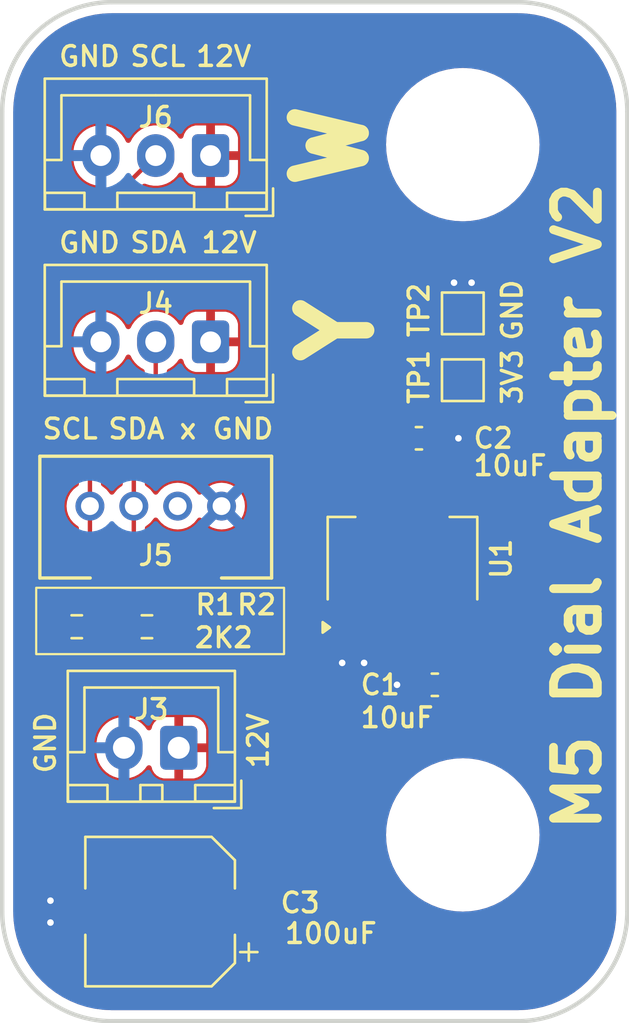
<source format=kicad_pcb>
(kicad_pcb (version 20240108) (generator "pcbnew") (generator_version "8.0")
  (layers (0 "F.Cu" signal) (31 "B.Cu" signal) (34 "B.Paste" user) (35 "F.Paste" user) (36 "B.SilkS" user "B.Silkscreen") (37 "F.SilkS" user "F.Silkscreen") (38 "B.Mask" user) (39 "F.Mask" user) (44 "Edge.Cuts" user))
  (net 0 "")
  (net 1 "GND")
  (net 2 "+12V")
  (net 3 "+3V3")
  (net 4 "SDA")
  (net 5 "SCL")
  (footprint "TestPoint:TestPoint_Pad_1.5x1.5mm" (layer "F.Cu") (at 160 70.75)
    (property "Reference" "TP1" (at -2 -0.15 90) (layer "F.SilkS") (effects (font (size 0.9 0.9) (thickness 0.16) (bold yes))))
    (property "Value" "3V3" (at 2.25 -0.15 90) (layer "F.SilkS") (effects (font (size 0.9 0.9) (thickness 0.16) (bold yes))))
    (fp_line (start -0.95 -0.95) (end 0.95 -0.95) (stroke (width 0.12)) (layer "F.SilkS"))
    (fp_line (start -0.95 0.95) (end -0.95 -0.95) (stroke (width 0.12)) (layer "F.SilkS"))
    (fp_line (start 0.95 -0.95) (end 0.95 0.95) (stroke (width 0.12)) (layer "F.SilkS"))
    (fp_line (start 0.95 0.95) (end -0.95 0.95) (stroke (width 0.12)) (layer "F.SilkS"))
    (pad "1" smd rect (at 0 0) (size 1.5 1.5) (layers "F.Cu" "F.Mask") (net 3 "+3V3"))
  )
  (footprint "MountingHole:MountingHole_3.2mm_M3" (layer "F.Cu") (at 160 91.5)
    (property "Reference" "H2" (hide yes))
    (property "Value" "~" (hide yes))
    (pad "" np_thru_hole circle (at 0 0) (size 3.2 3.2) (drill 3.2) (layers "*.Cu" "*.Mask"))
  )
  (footprint "Connector_JST:JST_XH_B2B-XH-A_1x02_P2.50mm_Vertical" (layer "F.Cu") (at 147.05 87.525 180)
    (property "Reference" "J3" (at 1.25 1.75 0) (layer "F.SilkS") (effects (font (size 0.9 0.9) (thickness 0.16) (bold yes))))
    (property "Value" "M5Dial Power" (hide yes))
    (fp_line (start 5.06 3.51) (end 5.06 -2.46) (stroke (width 0.12)) (layer "F.SilkS"))
    (fp_line (start 5.06 -2.46) (end -2.56 -2.46) (stroke (width 0.12)) (layer "F.SilkS"))
    (fp_line (start 5.05 -0.2) (end 4.3 -0.2) (stroke (width 0.12)) (layer "F.SilkS"))
    (fp_line (start 5.05 -1.7) (end 5.05 -2.45) (stroke (width 0.12)) (layer "F.SilkS"))
    (fp_line (start 5.05 -2.45) (end 3.25 -2.45) (stroke (width 0.12)) (layer "F.SilkS"))
    (fp_line (start 4.3 2.75) (end 1.25 2.75) (stroke (width 0.12)) (layer "F.SilkS"))
    (fp_line (start 4.3 -0.2) (end 4.3 2.75) (stroke (width 0.12)) (layer "F.SilkS"))
    (fp_line (start 3.25 -1.7) (end 5.05 -1.7) (stroke (width 0.12)) (layer "F.SilkS"))
    (fp_line (start 3.25 -2.45) (end 3.25 -1.7) (stroke (width 0.12)) (layer "F.SilkS"))
    (fp_line (start 1.75 -1.7) (end 1.75 -2.45) (stroke (width 0.12)) (layer "F.SilkS"))
    (fp_line (start 1.75 -2.45) (end 0.75 -2.45) (stroke (width 0.12)) (layer "F.SilkS"))
    (fp_line (start 0.75 -1.7) (end 1.75 -1.7) (stroke (width 0.12)) (layer "F.SilkS"))
    (fp_line (start 0.75 -2.45) (end 0.75 -1.7) (stroke (width 0.12)) (layer "F.SilkS"))
    (fp_line (start -0.75 -1.7) (end -0.75 -2.45) (stroke (width 0.12)) (layer "F.SilkS"))
    (fp_line (start -0.75 -2.45) (end -2.55 -2.45) (stroke (width 0.12)) (layer "F.SilkS"))
    (fp_line (start -1.6 -2.75) (end -2.85 -2.75) (stroke (width 0.12)) (layer "F.SilkS"))
    (fp_line (start -1.8 2.75) (end 1.25 2.75) (stroke (width 0.12)) (layer "F.SilkS"))
    (fp_line (start -1.8 -0.2) (end -1.8 2.75) (stroke (width 0.12)) (layer "F.SilkS"))
    (fp_line (start -2.55 -0.2) (end -1.8 -0.2) (stroke (width 0.12)) (layer "F.SilkS"))
    (fp_line (start -2.55 -1.7) (end -0.75 -1.7) (stroke (width 0.12)) (layer "F.SilkS"))
    (fp_line (start -2.55 -2.45) (end -2.55 -1.7) (stroke (width 0.12)) (layer "F.SilkS"))
    (fp_line (start -2.56 3.51) (end 5.06 3.51) (stroke (width 0.12)) (layer "F.SilkS"))
    (fp_line (start -2.56 -2.46) (end -2.56 3.51) (stroke (width 0.12)) (layer "F.SilkS"))
    (fp_line (start -2.85 -2.75) (end -2.85 -1.5) (stroke (width 0.12)) (layer "F.SilkS"))
    (pad "1" thru_hole roundrect (at 0 0 180) (size 1.7 2) (drill 1) (layers "*.Cu" "*.Mask") (roundrect_rratio 0.147059) (net 2 "+12V"))
    (pad "2" thru_hole oval (at 2.5 0 180) (size 1.7 2) (drill 1) (layers "*.Cu" "*.Mask") (net 1 "GND"))
  )
  (footprint "MountingHole:MountingHole_3.2mm_M3" (layer "F.Cu") (at 160 60)
    (property "Reference" "H1" (hide yes))
    (property "Value" "~" (hide yes))
    (pad "" np_thru_hole circle (at 0 0) (size 3.2 3.2) (drill 3.2) (layers "*.Cu" "*.Mask"))
  )
  (footprint "Capacitor_SMD:C_0603_1608Metric" (layer "F.Cu") (at 158.725 84.65 180)
    (property "Reference" "C1" (at 3.475 0 0) (layer "F.SilkS") (effects (font (size 0.9 0.9) (thickness 0.16) (bold yes)) (justify left)))
    (property "Value" "10uF" (at 3.475 -1.5 0) (layer "F.SilkS") (effects (font (size 0.9 0.9) (thickness 0.16) (bold yes)) (justify left)))
    (fp_line (start -0.14058 0.51) (end 0.14058 0.51) (stroke (width 0.12)) (layer "F.SilkS"))
    (fp_line (start -0.14058 -0.51) (end 0.14058 -0.51) (stroke (width 0.12)) (layer "F.SilkS"))
    (pad "1" smd roundrect (at -0.775 0 180) (size 0.9 0.95) (layers "F.Cu" "F.Paste" "F.Mask") (net 2 "+12V"))
    (pad "2" smd roundrect (at 0.775 0 180) (size 0.9 0.95) (layers "F.Cu" "F.Paste" "F.Mask") (net 1 "GND"))
  )
  (footprint "Connector_JST:JST_XH_B3B-XH-A_1x03_P2.50mm_Vertical" (layer "F.Cu") (at 148.5 60.5 180)
    (property "Reference" "J6" (at 2.5 1.75 0) (layer "F.SilkS") (effects (font (size 0.9 0.9) (thickness 0.16) (bold yes))))
    (property "Value" "JST XH SCL" (hide yes))
    (fp_line (start 7.56 3.51) (end 7.56 -2.46) (stroke (width 0.12)) (layer "F.SilkS"))
    (fp_line (start 7.56 -2.46) (end -2.56 -2.46) (stroke (width 0.12)) (layer "F.SilkS"))
    (fp_line (start 7.55 -0.2) (end 6.8 -0.2) (stroke (width 0.12)) (layer "F.SilkS"))
    (fp_line (start 7.55 -1.7) (end 7.55 -2.45) (stroke (width 0.12)) (layer "F.SilkS"))
    (fp_line (start 7.55 -2.45) (end 5.75 -2.45) (stroke (width 0.12)) (layer "F.SilkS"))
    (fp_line (start 6.8 2.75) (end 2.5 2.75) (stroke (width 0.12)) (layer "F.SilkS"))
    (fp_line (start 6.8 -0.2) (end 6.8 2.75) (stroke (width 0.12)) (layer "F.SilkS"))
    (fp_line (start 5.75 -1.7) (end 7.55 -1.7) (stroke (width 0.12)) (layer "F.SilkS"))
    (fp_line (start 5.75 -2.45) (end 5.75 -1.7) (stroke (width 0.12)) (layer "F.SilkS"))
    (fp_line (start 4.25 -1.7) (end 4.25 -2.45) (stroke (width 0.12)) (layer "F.SilkS"))
    (fp_line (start 4.25 -2.45) (end 0.75 -2.45) (stroke (width 0.12)) (layer "F.SilkS"))
    (fp_line (start 0.75 -1.7) (end 4.25 -1.7) (stroke (width 0.12)) (layer "F.SilkS"))
    (fp_line (start 0.75 -2.45) (end 0.75 -1.7) (stroke (width 0.12)) (layer "F.SilkS"))
    (fp_line (start -0.75 -1.7) (end -0.75 -2.45) (stroke (width 0.12)) (layer "F.SilkS"))
    (fp_line (start -0.75 -2.45) (end -2.55 -2.45) (stroke (width 0.12)) (layer "F.SilkS"))
    (fp_line (start -1.6 -2.75) (end -2.85 -2.75) (stroke (width 0.12)) (layer "F.SilkS"))
    (fp_line (start -1.8 2.75) (end 2.5 2.75) (stroke (width 0.12)) (layer "F.SilkS"))
    (fp_line (start -1.8 -0.2) (end -1.8 2.75) (stroke (width 0.12)) (layer "F.SilkS"))
    (fp_line (start -2.55 -0.2) (end -1.8 -0.2) (stroke (width 0.12)) (layer "F.SilkS"))
    (fp_line (start -2.55 -1.7) (end -0.75 -1.7) (stroke (width 0.12)) (layer "F.SilkS"))
    (fp_line (start -2.55 -2.45) (end -2.55 -1.7) (stroke (width 0.12)) (layer "F.SilkS"))
    (fp_line (start -2.56 3.51) (end 7.56 3.51) (stroke (width 0.12)) (layer "F.SilkS"))
    (fp_line (start -2.56 -2.46) (end -2.56 3.51) (stroke (width 0.12)) (layer "F.SilkS"))
    (fp_line (start -2.85 -2.75) (end -2.85 -1.5) (stroke (width 0.12)) (layer "F.SilkS"))
    (pad "1" thru_hole roundrect (at 0 0 180) (size 1.7 1.95) (drill 0.95) (layers "*.Cu" "*.Mask") (roundrect_rratio 0.147059) (net 2 "+12V"))
    (pad "2" thru_hole oval (at 2.5 0 180) (size 1.7 1.95) (drill 0.95) (layers "*.Cu" "*.Mask") (net 5 "SCL"))
    (pad "3" thru_hole oval (at 5 0 180) (size 1.7 1.95) (drill 0.95) (layers "*.Cu" "*.Mask") (net 1 "GND"))
  )
  (footprint "Capacitor_SMD:C_0603_1608Metric" (layer "F.Cu") (at 158 73.4)
    (property "Reference" "C2" (at 2.4 0 0) (layer "F.SilkS") (effects (font (size 0.9 0.9) (thickness 0.16) (bold yes)) (justify left)))
    (property "Value" "10uF" (at 2.4 1.25 0) (layer "F.SilkS") (effects (font (size 0.9 0.9) (thickness 0.16) (bold yes)) (justify left)))
    (fp_line (start -0.14058 -0.51) (end 0.14058 -0.51) (stroke (width 0.12)) (layer "F.SilkS"))
    (fp_line (start -0.14058 0.51) (end 0.14058 0.51) (stroke (width 0.12)) (layer "F.SilkS"))
    (pad "1" smd roundrect (at -0.775 0) (size 0.9 0.95) (layers "F.Cu" "F.Paste" "F.Mask") (net 3 "+3V3"))
    (pad "2" smd roundrect (at 0.775 0) (size 0.9 0.95) (layers "F.Cu" "F.Paste" "F.Mask") (net 1 "GND"))
  )
  (footprint "Package_TO_SOT_SMD:SOT-223-3_TabPin2" (layer "F.Cu") (at 157.25 78.9 90)
    (property "Reference" "U1" (at 0 4.5 -90) (layer "F.SilkS") (effects (font (size 0.9 0.9) (thickness 0.16) (bold yes))))
    (property "Value" "AMS1117-3.3" (hide yes))
    (fp_line (start 1.91 -3.41) (end 1.91 -2.15) (stroke (width 0.12)) (layer "F.SilkS"))
    (fp_line (start -1.85 -3.41) (end 1.91 -3.41) (stroke (width 0.12)) (layer "F.SilkS"))
    (fp_line (start 1.91 3.41) (end 1.91 2.15) (stroke (width 0.12)) (layer "F.SilkS"))
    (fp_line (start -1.85 3.41) (end 1.91 3.41) (stroke (width 0.12)) (layer "F.SilkS"))
    (fp_poly (pts (xy -3.13 -3.31) (xy -3.37 -3.64) (xy -2.89 -3.64) (xy -3.13 -3.31)) (stroke (width 0.12)) (fill solid) (layer "F.SilkS"))
    (pad "1" smd roundrect (at -3.15 -2.3 90) (size 2 1.5) (layers "F.Cu" "F.Paste" "F.Mask") (net 1 "GND"))
    (pad "2" smd roundrect (at -3.15 0 90) (size 2 1.5) (layers "F.Cu" "F.Paste" "F.Mask") (net 3 "+3V3"))
    (pad "2" smd roundrect (at 3.15 0 90) (size 2 3.8) (layers "F.Cu" "F.Paste" "F.Mask") (net 3 "+3V3"))
    (pad "3" smd roundrect (at -3.15 2.3 90) (size 2 1.5) (layers "F.Cu" "F.Paste" "F.Mask") (net 2 "+12V"))
  )
  (footprint "Resistor_SMD:R_0603_1608Metric" (layer "F.Cu") (at 142.4 82)
    (property "Reference" "R1" (at 6.3 -1 0) (layer "F.SilkS") (effects (font (size 0.9 0.9) (thickness 0.16) (bold yes))))
    (property "Value" "2K2" (at 6.7 0.5 0) (layer "F.SilkS") (effects (font (size 0.9 0.9) (thickness 0.16) (bold yes))))
    (fp_line (start -0.237258 -0.5225) (end 0.237258 -0.5225) (stroke (width 0.12)) (layer "F.SilkS"))
    (fp_line (start -0.237258 0.5225) (end 0.237258 0.5225) (stroke (width 0.12)) (layer "F.SilkS"))
    (pad "1" smd roundrect (at -0.825 0) (size 0.8 0.95) (layers "F.Cu" "F.Paste" "F.Mask") (net 5 "SCL"))
    (pad "2" smd roundrect (at 0.825 0) (size 0.8 0.95) (layers "F.Cu" "F.Paste" "F.Mask") (net 3 "+3V3"))
  )
  (footprint "Capacitor_SMD:CP_Elec_6.3x7.7" (layer "F.Cu") (at 146.2 95 180)
    (property "Reference" "C3" (at -5.4 0.4 0) (layer "F.SilkS") (effects (font (size 0.9 0.9) (thickness 0.16) (bold yes)) (justify left)))
    (property "Value" "100uF" (at -5.6 -1 0) (layer "F.SilkS") (effects (font (size 0.9 0.9) (thickness 0.16) (bold yes)) (justify left)))
    (fp_line (start 3.41 3.41) (end 3.41 1.06) (stroke (width 0.12)) (layer "F.SilkS"))
    (fp_line (start 3.41 -3.41) (end 3.41 -1.06) (stroke (width 0.12)) (layer "F.SilkS"))
    (fp_line (start -2.345563 3.41) (end 3.41 3.41) (stroke (width 0.12)) (layer "F.SilkS"))
    (fp_line (start -2.345563 -3.41) (end 3.41 -3.41) (stroke (width 0.12)) (layer "F.SilkS"))
    (fp_line (start -3.41 2.345563) (end -2.345563 3.41) (stroke (width 0.12)) (layer "F.SilkS"))
    (fp_line (start -3.41 2.345563) (end -3.41 1.06) (stroke (width 0.12)) (layer "F.SilkS"))
    (fp_line (start -3.41 -2.345563) (end -2.345563 -3.41) (stroke (width 0.12)) (layer "F.SilkS"))
    (fp_line (start -3.41 -2.345563) (end -3.41 -1.06) (stroke (width 0.12)) (layer "F.SilkS"))
    (fp_line (start -4.04375 -2.24125) (end -4.04375 -1.45375) (stroke (width 0.12)) (layer "F.SilkS"))
    (fp_line (start -4.4375 -1.8475) (end -3.65 -1.8475) (stroke (width 0.12)) (layer "F.SilkS"))
    (pad "1" smd roundrect (at -2.7 0 180) (size 3.5 1.6) (layers "F.Cu" "F.Paste" "F.Mask") (roundrect_rratio 0.15625) (net 2 "+12V"))
    (pad "2" smd roundrect (at 2.7 0 180) (size 3.5 1.6) (layers "F.Cu" "F.Paste" "F.Mask") (roundrect_rratio 0.15625) (net 1 "GND"))
  )
  (footprint "Resistor_SMD:R_0603_1608Metric" (layer "F.Cu") (at 145.6 82 180)
    (property "Reference" "R2" (at -5 1 0) (layer "F.SilkS") (effects (font (size 0.9 0.9) (thickness 0.16) (bold yes))))
    (property "Value" "2K2" (at -3.5 -0.5 0) (layer "F.SilkS") (effects (font (size 0.9 0.9) (thickness 0.16) (bold yes))))
    (fp_line (start -0.237258 0.5225) (end 0.237258 0.5225) (stroke (width 0.12)) (layer "F.SilkS"))
    (fp_line (start -0.237258 -0.5225) (end 0.237258 -0.5225) (stroke (width 0.12)) (layer "F.SilkS"))
    (pad "1" smd roundrect (at -0.825 0 180) (size 0.8 0.95) (layers "F.Cu" "F.Paste" "F.Mask") (net 4 "SDA"))
    (pad "2" smd roundrect (at 0.825 0 180) (size 0.8 0.95) (layers "F.Cu" "F.Paste" "F.Mask") (net 3 "+3V3"))
  )
  (footprint "TestPoint:TestPoint_Pad_1.5x1.5mm" (layer "F.Cu") (at 160 67.7)
    (property "Reference" "TP2" (at -2 -0.15 90) (layer "F.SilkS") (effects (font (size 0.9 0.9) (thickness 0.16) (bold yes))))
    (property "Value" "GND" (at 2.25 -0.15 90) (layer "F.SilkS") (effects (font (size 0.9 0.9) (thickness 0.16) (bold yes))))
    (fp_line (start -0.95 -0.95) (end 0.95 -0.95) (stroke (width 0.12)) (layer "F.SilkS"))
    (fp_line (start -0.95 0.95) (end -0.95 -0.95) (stroke (width 0.12)) (layer "F.SilkS"))
    (fp_line (start 0.95 -0.95) (end 0.95 0.95) (stroke (width 0.12)) (layer "F.SilkS"))
    (fp_line (start 0.95 0.95) (end -0.95 0.95) (stroke (width 0.12)) (layer "F.SilkS"))
    (pad "1" smd rect (at 0 0) (size 1.5 1.5) (layers "F.Cu" "F.Mask") (net 1 "GND"))
  )
  (footprint "Useful Modifications:CONN_110990030_SEE" (layer "F.Cu") (at 143.000001 76.495701)
    (property "Reference" "J5" (at 2.999999 2.254299 0) (layer "F.SilkS") (effects (font (size 0.9 0.9) (thickness 0.16) (bold yes))))
    (property "Value" "Grove I2C" (hide yes))
    (fp_line (start -2.283201 -2.277) (end -2.283201 3.285599) (stroke (width 0.1524)) (layer "F.SilkS"))
    (fp_line (start 0.011599 3.28) (end -2.2716 3.28) (stroke (width 0.1524)) (layer "F.SilkS"))
    (fp_line (start 8.283199 -2.277) (end -2.283201 -2.277) (stroke (width 0.1524)) (layer "F.SilkS"))
    (fp_line (start 8.283199 3.28) (end 6 3.28) (stroke (width 0.1524)) (layer "F.SilkS"))
    (fp_line (start 8.283199 3.285599) (end 8.283199 -2.277) (stroke (width 0.1524)) (layer "F.SilkS"))
    (pad "1" thru_hole circle (at 0 0) (size 1.3208 1.3208) (drill 0.8128) (layers "*.Cu" "*.Mask") (net 5 "SCL"))
    (pad "2" thru_hole circle (at 1.999999 0) (size 1.3208 1.3208) (drill 0.8128) (layers "*.Cu" "*.Mask") (net 4 "SDA"))
    (pad "3" thru_hole circle (at 4 0) (size 1.3208 1.3208) (drill 0.8128) (layers "*.Cu" "*.Mask"))
    (pad "4" thru_hole circle (at 5.999998 0) (size 1.3208 1.3208) (drill 0.8128) (layers "*.Cu" "*.Mask") (net 1 "GND"))
  )
  (footprint "Connector_JST:JST_XH_B3B-XH-A_1x03_P2.50mm_Vertical" (layer "F.Cu") (at 148.5 69 180)
    (property "Reference" "J4" (at 2.5 1.75 0) (layer "F.SilkS") (effects (font (size 0.9 0.9) (thickness 0.16) (bold yes))))
    (property "Value" "JST XH SCA" (hide yes))
    (fp_line (start 7.56 3.51) (end 7.56 -2.46) (stroke (width 0.12)) (layer "F.SilkS"))
    (fp_line (start 7.56 -2.46) (end -2.56 -2.46) (stroke (width 0.12)) (layer "F.SilkS"))
    (fp_line (start 7.55 -0.2) (end 6.8 -0.2) (stroke (width 0.12)) (layer "F.SilkS"))
    (fp_line (start 7.55 -1.7) (end 7.55 -2.45) (stroke (width 0.12)) (layer "F.SilkS"))
    (fp_line (start 7.55 -2.45) (end 5.75 -2.45) (stroke (width 0.12)) (layer "F.SilkS"))
    (fp_line (start 6.8 2.75) (end 2.5 2.75) (stroke (width 0.12)) (layer "F.SilkS"))
    (fp_line (start 6.8 -0.2) (end 6.8 2.75) (stroke (width 0.12)) (layer "F.SilkS"))
    (fp_line (start 5.75 -1.7) (end 7.55 -1.7) (stroke (width 0.12)) (layer "F.SilkS"))
    (fp_line (start 5.75 -2.45) (end 5.75 -1.7) (stroke (width 0.12)) (layer "F.SilkS"))
    (fp_line (start 4.25 -1.7) (end 4.25 -2.45) (stroke (width 0.12)) (layer "F.SilkS"))
    (fp_line (start 4.25 -2.45) (end 0.75 -2.45) (stroke (width 0.12)) (layer "F.SilkS"))
    (fp_line (start 0.75 -1.7) (end 4.25 -1.7) (stroke (width 0.12)) (layer "F.SilkS"))
    (fp_line (start 0.75 -2.45) (end 0.75 -1.7) (stroke (width 0.12)) (layer "F.SilkS"))
    (fp_line (start -0.75 -1.7) (end -0.75 -2.45) (stroke (width 0.12)) (layer "F.SilkS"))
    (fp_line (start -0.75 -2.45) (end -2.55 -2.45) (stroke (width 0.12)) (layer "F.SilkS"))
    (fp_line (start -1.6 -2.75) (end -2.85 -2.75) (stroke (width 0.12)) (layer "F.SilkS"))
    (fp_line (start -1.8 2.75) (end 2.5 2.75) (stroke (width 0.12)) (layer "F.SilkS"))
    (fp_line (start -1.8 -0.2) (end -1.8 2.75) (stroke (width 0.12)) (layer "F.SilkS"))
    (fp_line (start -2.55 -0.2) (end -1.8 -0.2) (stroke (width 0.12)) (layer "F.SilkS"))
    (fp_line (start -2.55 -1.7) (end -0.75 -1.7) (stroke (width 0.12)) (layer "F.SilkS"))
    (fp_line (start -2.55 -2.45) (end -2.55 -1.7) (stroke (width 0.12)) (layer "F.SilkS"))
    (fp_line (start -2.56 3.51) (end 7.56 3.51) (stroke (width 0.12)) (layer "F.SilkS"))
    (fp_line (start -2.56 -2.46) (end -2.56 3.51) (stroke (width 0.12)) (layer "F.SilkS"))
    (fp_line (start -2.85 -2.75) (end -2.85 -1.5) (stroke (width 0.12)) (layer "F.SilkS"))
    (pad "1" thru_hole roundrect (at 0 0 180) (size 1.7 1.95) (drill 0.95) (layers "*.Cu" "*.Mask") (roundrect_rratio 0.147059) (net 2 "+12V"))
    (pad "2" thru_hole oval (at 2.5 0 180) (size 1.7 1.95) (drill 0.95) (layers "*.Cu" "*.Mask") (net 4 "SDA"))
    (pad "3" thru_hole oval (at 5 0 180) (size 1.7 1.95) (drill 0.95) (layers "*.Cu" "*.Mask") (net 1 "GND"))
  )
  (gr_rect (start 140.549999 80.223201) (end 151.85 83.25) (stroke (width 0.1)) (fill none) (layer "F.SilkS"))
  (gr_arc (start 139 58.5) (mid 140.464466 54.964466) (end 144 53.5) (stroke (width 0.2)) (layer "Edge.Cuts"))
  (gr_arc (start 162.5 53.5) (mid 166.035534 54.964466) (end 167.5 58.5) (stroke (width 0.2)) (layer "Edge.Cuts"))
  (gr_arc (start 167.5 95) (mid 166.035534 98.535534) (end 162.5 100) (stroke (width 0.2)) (layer "Edge.Cuts"))
  (gr_line (start 167.5 58.5) (end 167.5 95) (stroke (width 0.2)) (layer "Edge.Cuts"))
  (gr_line (start 139 95) (end 139 58.5) (stroke (width 0.2)) (layer "Edge.Cuts"))
  (gr_arc (start 144 100) (mid 140.464466 98.535534) (end 139 95) (stroke (width 0.2)) (layer "Edge.Cuts"))
  (gr_line (start 162.5 100) (end 144 100) (stroke (width 0.2)) (layer "Edge.Cuts"))
  (gr_line (start 144 53.5) (end 162.5 53.5) (stroke (width 0.2)) (layer "Edge.Cuts"))
  (gr_text "12V" (at 148 65 0) (layer "F.SilkS") (effects (font (size 0.9 0.9) (thickness 0.16) (bold yes)) (justify left bottom)))
  (gr_text "GND" (at 141.5 56.5 0) (layer "F.SilkS") (effects (font (size 0.9 0.9) (thickness 0.16) (bold yes)) (justify left bottom)))
  (gr_text "GND" (at 141.5 65 0) (layer "F.SilkS") (effects (font (size 0.9 0.9) (thickness 0.16) (bold yes)) (justify left bottom)))
  (gr_text "Y" (at 156 70.25 90) (layer "F.SilkS") (effects (font (size 3 3) (thickness 0.75) (bold yes)) (justify left bottom)))
  (gr_text "SDA" (at 144.75 65 0) (layer "F.SilkS") (effects (font (size 0.9 0.9) (thickness 0.16) (bold yes)) (justify left bottom)))
  (gr_text "SCL" (at 140.75 73.5 0) (layer "F.SilkS") (effects (font (size 0.9 0.9) (thickness 0.16) (bold yes)) (justify left bottom)))
  (gr_text "SDA" (at 143.75 73.5 0) (layer "F.SilkS") (effects (font (size 0.9 0.9) (thickness 0.16) (bold yes)) (justify left bottom)))
  (gr_text "SCL" (at 144.75 56.5 0) (layer "F.SilkS") (effects (font (size 0.9 0.9) (thickness 0.16) (bold yes)) (justify left bottom)))
  (gr_text "x" (at 147 73.5 0) (layer "F.SilkS") (effects (font (size 0.9 0.9) (thickness 0.16) (bold yes)) (justify left bottom)))
  (gr_text "M5 Dial Adapter V2" (at 166.4 76.5 90) (layer "F.SilkS") (effects (font (size 2 2) (thickness 0.4) (bold yes)) (justify bottom)))
  (gr_text "W" (at 155.75 62.25 90) (layer "F.SilkS") (effects (font (size 3 3) (thickness 0.75) (bold yes)) (justify left bottom)))
  (gr_text "GND" (at 148.5 73.5 0) (layer "F.SilkS") (effects (font (size 0.9 0.9) (thickness 0.16) (bold yes)) (justify left bottom)))
  (gr_text "12V" (at 151.2 87.2 90) (layer "F.SilkS") (effects (font (size 0.9 0.9) (thickness 0.16) (bold yes)) (justify bottom)))
  (gr_text "GND" (at 141.5 87.3 90) (layer "F.SilkS") (effects (font (size 0.9 0.9) (thickness 0.16) (bold yes)) (justify bottom)))
  (gr_text "12V" (at 147.75 56.5 0) (layer "F.SilkS") (effects (font (size 0.9 0.9) (thickness 0.16) (bold yes)) (justify left bottom)))
  (via (at 159.8 73.4) (size 0.6) (drill 0.3) (layers "F.Cu" "B.Cu") (net 1))
  (via (at 159.6 66.3) (size 0.6) (drill 0.3) (layers "F.Cu" "B.Cu") (net 1))
  (via (at 160.4 66.3) (size 0.6) (drill 0.3) (layers "F.Cu" "B.Cu") (net 1))
  (via (at 141.2 95.5) (size 0.6) (drill 0.3) (layers "F.Cu" "B.Cu") (net 1))
  (via (at 157 84.65) (size 0.6) (drill 0.3) (layers "F.Cu" "B.Cu") (net 1))
  (via (at 154.5 83.65) (size 0.6) (drill 0.3) (layers "F.Cu" "B.Cu") (net 1))
  (via (at 155.5 83.65) (size 0.6) (drill 0.3) (layers "F.Cu" "B.Cu") (net 1))
  (via (at 141.2 94.5) (size 0.6) (drill 0.3) (layers "F.Cu" "B.Cu") (net 1))
  (segment (start 146 72.25) (end 145 73.25) (width 0.2) (layer "F.Cu") (net 4))
  (segment (start 146.425 80.725) (end 146.425 82) (width 0.2) (layer "F.Cu") (net 4))
  (segment (start 145 79.3) (end 146.425 80.725) (width 0.2) (layer "F.Cu") (net 4))
  (segment (start 146 69) (end 146 72.25) (width 0.2) (layer "F.Cu") (net 4))
  (segment (start 145 76.495701) (end 145 79.3) (width 0.2) (layer "F.Cu") (net 4))
  (segment (start 145 73.25) (end 145 76.495701) (width 0.2) (layer "F.Cu") (net 4))
  (segment (start 143.000001 79.299999) (end 141.575 80.725) (width 0.2) (layer "F.Cu") (net 5))
  (segment (start 141.5 72) (end 141.5 65) (width 0.2) (layer "F.Cu") (net 5))
  (segment (start 143.000001 76.495701) (end 143.000001 73.500001) (width 0.2) (layer "F.Cu") (net 5))
  (segment (start 143.000001 76.495701) (end 143.000001 79.299999) (width 0.2) (layer "F.Cu") (net 5))
  (segment (start 141.575 80.725) (end 141.575 82) (width 0.2) (layer "F.Cu") (net 5))
  (segment (start 143.000001 73.500001) (end 141.5 72) (width 0.2) (layer "F.Cu") (net 5))
  (segment (start 141.5 65) (end 146 60.5) (width 0.2) (layer "F.Cu") (net 5))
  (zone (net 1) (net_name "GND") (layer "F.Cu") (priority 1) (connect_pads thru_hole_only (clearance 0.4)) (min_thickness 0.25) (fill yes (thermal_gap 0.4) (thermal_bridge_width 0.4) (smoothing fillet) (radius 0.5))
    (polygon (pts (xy 145.45 96) (xy 145.45 94) (xy 140.7 94) (xy 140.7 96)))
  )
  (zone (net 1) (net_name "GND") (layer "F.Cu") (priority 4) (connect_pads thru_hole_only (clearance 0.4)) (min_thickness 0.25) (fill yes (thermal_gap 0.4) (thermal_bridge_width 0.4) (smoothing fillet) (radius 0.5))
    (polygon (pts (xy 158.2 72.7) (xy 158.2 74.1) (xy 160.3 74.1) (xy 160.3 72.7)))
  )
  (zone (net 3) (net_name "+3V3") (layer "F.Cu") (priority 2) (connect_pads thru_hole_only (clearance 0.4)) (min_thickness 0.25) (fill yes (thermal_gap 0.4) (thermal_bridge_width 0.4) (smoothing fillet) (radius 0.5))
    (polygon (pts (xy 158.25 83.3) (xy 158.25 81.05) (xy 159.5 79.8) (xy 159.5 74.5) (xy 157.9 74.5) (xy 157.9 73) (xy 158.75 72.25) (xy 161.5 72.25) (xy 161.5 69.25) (xy 156.75 69.25) (xy 153.1 73) (xy 153.1 75.75) (xy 146.85 82.75) (xy 145.35 82.75) (xy 145.35 81.3) (xy 142.6 81.3) (xy 142.6 84.25) (xy 151.1 84.3) (xy 154.25 80.75) (xy 156.25 80.75) (xy 156.25 83.3)))
  )
  (zone (net 1) (net_name "GND") (layer "F.Cu") (priority 3) (connect_pads thru_hole_only (clearance 0.4)) (min_thickness 0.25) (fill yes (thermal_gap 0.4) (thermal_bridge_width 0.4) (smoothing fillet) (radius 0.5))
    (polygon (pts (xy 154 80.9) (xy 154 85.4) (xy 158.75 85.4) (xy 158.75 83.9) (xy 156.5 83.9) (xy 155.9 83.4) (xy 155.9 80.9)))
  )
  (zone (net 1) (net_name "GND") (layer "F.Cu") (priority 4) (connect_pads thru_hole_only (clearance 0.4)) (min_thickness 0.25) (fill yes (thermal_gap 0.4) (thermal_bridge_width 0.4) (smoothing fillet) (radius 0.5))
    (polygon (pts (xy 159.1 68.7) (xy 160.9 68.7) (xy 160.9 65.8) (xy 159.1 65.8)))
  )
  (zone (net 2) (net_name "+12V") (layer "F.Cu") (connect_pads (clearance 0.4)) (min_thickness 0.25) (fill yes (thermal_gap 0.4) (thermal_bridge_width 0.4))
    (polygon (pts (xy 167.5 53.5) (xy 167.5 100) (xy 139 100) (xy 139 53.5)))
  )
  (zone (net 0) (net_name "") (layers "F&B.Cu") (connect_pads thru_hole_only (clearance 0)) (min_thickness 0.25)
    (keepout (tracks not_allowed) (vias not_allowed) (pads allowed) (copperpour not_allowed) (footprints allowed))
    (fill (thermal_gap 0.4) (thermal_bridge_width 0.4))
    (polygon (pts (xy 163.5 91.5) (xy 163.480827 91.13415) (xy 163.423517 90.772309) (xy 163.328698 90.418441) (xy 163.197409 90.076422) (xy 163.031089 89.75) (xy 162.831559 89.442752) (xy 162.601007 89.158043) (xy 162.341957 88.898993) (xy 162.057248 88.668441) (xy 161.75 88.468911) (xy 161.423578 88.302591) (xy 161.081559 88.171302) (xy 160.727691 88.076483) (xy 160.36585 88.019173) (xy 160 88) (xy 159.63415 88.019173) (xy 159.272309 88.076483) (xy 158.918441 88.171302) (xy 158.576422 88.302591) (xy 158.25 88.468911) (xy 157.942752 88.668441) (xy 157.658043 88.898993) (xy 157.398993 89.158043) (xy 157.168441 89.442752) (xy 156.968911 89.75) (xy 156.802591 90.076422) (xy 156.671302 90.418441) (xy 156.576483 90.772309) (xy 156.519173 91.13415) (xy 156.5 91.5) (xy 156.519173 91.86585) (xy 156.576483 92.227691) (xy 156.671302 92.581559) (xy 156.802591 92.923578) (xy 156.968911 93.25) (xy 157.168441 93.557248) (xy 157.398993 93.841957) (xy 157.658043 94.101007) (xy 157.942752 94.331559) (xy 158.25 94.531089) (xy 158.576422 94.697409) (xy 158.918441 94.828698) (xy 159.272309 94.923517) (xy 159.63415 94.980827) (xy 160 95) (xy 160.36585 94.980827) (xy 160.727691 94.923517) (xy 161.081559 94.828698) (xy 161.423578 94.697409) (xy 161.75 94.531089) (xy 162.057248 94.331559) (xy 162.341957 94.101007) (xy 162.601007 93.841957) (xy 162.831559 93.557248) (xy 163.031089 93.25) (xy 163.197409 92.923578) (xy 163.328698 92.581559) (xy 163.423517 92.227691) (xy 163.480827 91.86585)))
  )
  (zone (net 0) (net_name "") (layers "F&B.Cu") (connect_pads thru_hole_only (clearance 0)) (min_thickness 0.25)
    (keepout (tracks not_allowed) (vias not_allowed) (pads allowed) (copperpour not_allowed) (footprints allowed))
    (fill (thermal_gap 0.4) (thermal_bridge_width 0.4))
    (polygon (pts (xy 163.5 60) (xy 163.480827 59.63415) (xy 163.423517 59.272309) (xy 163.328698 58.918441) (xy 163.197409 58.576422) (xy 163.031089 58.25) (xy 162.831559 57.942752) (xy 162.601007 57.658043) (xy 162.341957 57.398993) (xy 162.057248 57.168441) (xy 161.75 56.968911) (xy 161.423578 56.802591) (xy 161.081559 56.671302) (xy 160.727691 56.576483) (xy 160.36585 56.519173) (xy 160 56.5) (xy 159.63415 56.519173) (xy 159.272309 56.576483) (xy 158.918441 56.671302) (xy 158.576422 56.802591) (xy 158.25 56.968911) (xy 157.942752 57.168441) (xy 157.658043 57.398993) (xy 157.398993 57.658043) (xy 157.168441 57.942752) (xy 156.968911 58.25) (xy 156.802591 58.576422) (xy 156.671302 58.918441) (xy 156.576483 59.272309) (xy 156.519173 59.63415) (xy 156.5 60) (xy 156.519173 60.36585) (xy 156.576483 60.727691) (xy 156.671302 61.081559) (xy 156.802591 61.423578) (xy 156.968911 61.75) (xy 157.168441 62.057248) (xy 157.398993 62.341957) (xy 157.658043 62.601007) (xy 157.942752 62.831559) (xy 158.25 63.031089) (xy 158.576422 63.197409) (xy 158.918441 63.328698) (xy 159.272309 63.423517) (xy 159.63415 63.480827) (xy 160 63.5) (xy 160.36585 63.480827) (xy 160.727691 63.423517) (xy 161.081559 63.328698) (xy 161.423578 63.197409) (xy 161.75 63.031089) (xy 162.057248 62.831559) (xy 162.341957 62.601007) (xy 162.601007 62.341957) (xy 162.831559 62.057248) (xy 163.031089 61.75) (xy 163.197409 61.423578) (xy 163.328698 61.081559) (xy 163.423517 60.727691) (xy 163.480827 60.36585)))
  )
  (zone (net 1) (net_name "GND") (layer "B.Cu") (priority 1) (connect_pads (clearance 0.5)) (min_thickness 0.25) (fill yes (thermal_gap 0.5) (thermal_bridge_width 0.5))
    (polygon (pts (xy 167.5 53.5) (xy 139 53.5) (xy 139 100) (xy 167.5 100)))
  )
)
</source>
